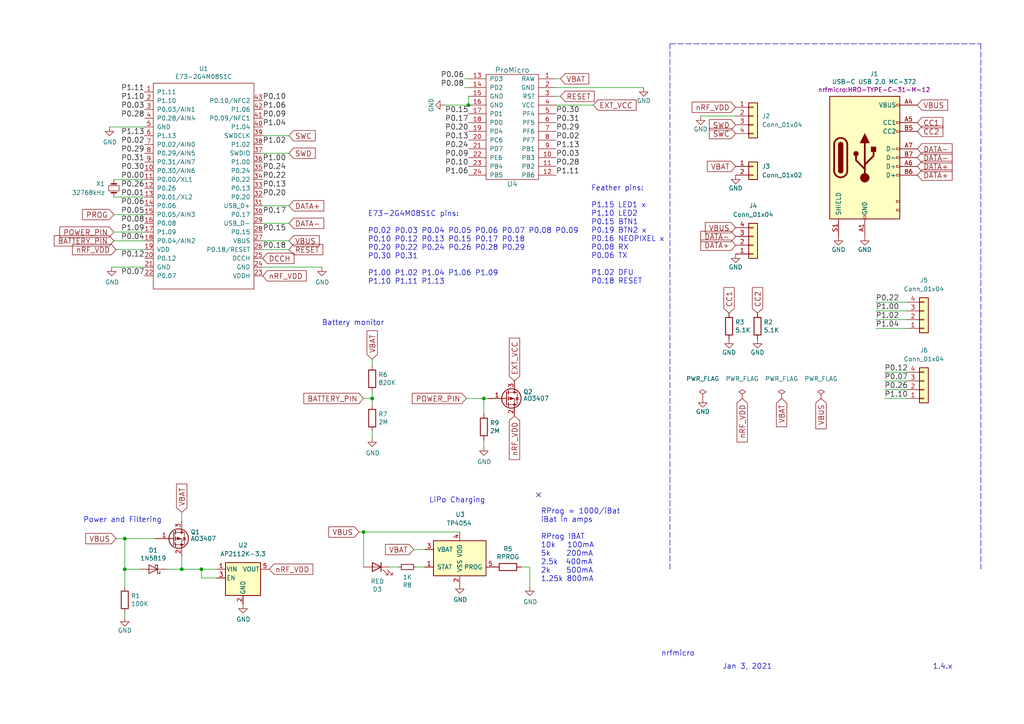
<source format=kicad_sch>
(kicad_sch (version 20211123) (generator eeschema)
  (paper "A4")
  (lib_symbols
    (symbol "Battery_Management:MCP73832-2-OT" (pin_names (offset 1.016))
      (property "Reference" "U" (at -7.62 6.35 0))
      (property "Value" "MCP73832-2-OT" (at 1.27 6.35 0))
      (symbol "MCP73832-2-OT_0_1"
        (rectangle (start -7.62 5.08) (end 7.62 -5.08) (stroke (width 0.254)) (fill (type background)))
      )
      (symbol "MCP73832-2-OT_1_1"
        (pin output line (at 10.16 -2.54 180) (length 2.54) (name "STAT") (number "1"))
        (pin power_in line (at 0 -7.62 90) (length 2.54) (name "VSS") (number "2"))
        (pin power_out line (at 10.16 2.54 180) (length 2.54) (name "VBAT") (number "3"))
        (pin power_in line (at 0 7.62 270) (length 2.54) (name "VDD") (number "4"))
        (pin input line (at -10.16 -2.54 0) (length 2.54) (name "PROG") (number "5"))
      )
    )
    (symbol "Connector_Generic:Conn_01x02" (pin_names (offset 1.016) hide)
      (property "Reference" "J" (at 0 2.54 0))
      (property "Value" "Conn_01x02" (at 0 -5.08 0))
      (symbol "Conn_01x02_1_1"
        (rectangle (start -1.27 -2.413) (end 0 -2.667) (stroke (width 0.1524)))
        (rectangle (start -1.27 0.127) (end 0 -0.127) (stroke (width 0.1524)))
        (rectangle (start -1.27 1.27) (end 1.27 -3.81) (stroke (width 0.254)) (fill (type background)))
        (pin passive line (at -5.08 0 0) (length 3.81) (name "Pin_1") (number "1"))
        (pin passive line (at -5.08 -2.54 0) (length 3.81) (name "Pin_2") (number "2"))
      )
    )
    (symbol "Connector_Generic:Conn_01x04" (pin_names (offset 1.016) hide)
      (property "Reference" "J" (at 0 5.08 0))
      (property "Value" "Conn_01x04" (at 0 -7.62 0))
      (symbol "Conn_01x04_1_1"
        (rectangle (start -1.27 -4.953) (end 0 -5.207) (stroke (width 0.1524)))
        (rectangle (start -1.27 -2.413) (end 0 -2.667) (stroke (width 0.1524)))
        (rectangle (start -1.27 0.127) (end 0 -0.127) (stroke (width 0.1524)))
        (rectangle (start -1.27 2.667) (end 0 2.413) (stroke (width 0.1524)))
        (rectangle (start -1.27 3.81) (end 1.27 -6.35) (stroke (width 0.254)) (fill (type background)))
        (pin passive line (at -5.08 2.54 0) (length 3.81) (name "Pin_1") (number "1"))
        (pin passive line (at -5.08 0 0) (length 3.81) (name "Pin_2") (number "2"))
        (pin passive line (at -5.08 -2.54 0) (length 3.81) (name "Pin_3") (number "3"))
        (pin passive line (at -5.08 -5.08 0) (length 3.81) (name "Pin_4") (number "4"))
      )
    )
    (symbol "Device:Crystal_Small" (pin_numbers hide) (pin_names (offset 1.016) hide)
      (property "Reference" "Y" (at 0 2.54 0))
      (property "Value" "Crystal_Small" (at 0 -2.54 0))
      (symbol "Crystal_Small_0_1"
        (rectangle (start -0.762 -1.524) (end 0.762 1.524))
        (polyline (pts (xy -1.27 -0.762) (xy -1.27 0.762)) (stroke (width 0.381)))
        (polyline (pts (xy 1.27 -0.762) (xy 1.27 0.762)) (stroke (width 0.381)))
      )
      (symbol "Crystal_Small_1_1"
        (pin passive line (at -2.54 0 0) (length 1.27) (name "1") (number "1"))
        (pin passive line (at 2.54 0 180) (length 1.27) (name "2") (number "2"))
      )
    )
    (symbol "Device:LED" (pin_numbers hide) (pin_names (offset 1.016) hide)
      (property "Reference" "D" (at 0 2.54 0))
      (property "Value" "LED" (at 0 -2.54 0))
      (symbol "LED_0_1"
        (polyline (pts (xy -1.27 -1.27) (xy -1.27 1.27)) (stroke (width 0.254)))
        (polyline (pts (xy -1.27 0) (xy 1.27 0)))
        (polyline (pts (xy 1.27 -1.27) (xy 1.27 1.27) (xy -1.27 0) (xy 1.27 -1.27)) (stroke (width 0.254)))
        (polyline (pts (xy -3.048 -0.762) (xy -4.572 -2.286) (xy -3.81 -2.286) (xy -4.572 -2.286) (xy -4.572 -1.524)))
        (polyline (pts (xy -1.778 -0.762) (xy -3.302 -2.286) (xy -2.54 -2.286) (xy -3.302 -2.286) (xy -3.302 -1.524)))
      )
      (symbol "LED_1_1"
        (pin passive line (at -3.81 0 0) (length 2.54) (name "K") (number "1"))
        (pin passive line (at 3.81 0 180) (length 2.54) (name "A") (number "2"))
      )
    )
    (symbol "Device:R" (pin_numbers hide) (pin_names (offset 0))
      (property "Reference" "R" (at 2.032 0 90))
      (property "Value" "R" (at 0 0 90))
      (symbol "R_0_1"
        (rectangle (start -1.016 -2.54) (end 1.016 2.54) (stroke (width 0.254)))
      )
      (symbol "R_1_1"
        (pin passive line (at 0 3.81 270) (length 1.27) (name "~") (number "1"))
        (pin passive line (at 0 -3.81 90) (length 1.27) (name "~") (number "2"))
      )
    )
    (symbol "Device:R_Small" (pin_numbers hide) (pin_names (offset 0.254) hide)
      (property "Reference" "R" (at 0.762 0.508 0))
      (property "Value" "R_Small" (at 0.762 -1.016 0))
      (symbol "R_Small_0_1"
        (rectangle (start -0.762 1.778) (end 0.762 -1.778) (stroke (width 0.2032)))
      )
      (symbol "R_Small_1_1"
        (pin passive line (at 0 2.54 270) (length 0.762) (name "~") (number "1"))
        (pin passive line (at 0 -2.54 90) (length 0.762) (name "~") (number "2"))
      )
    )
    (symbol "Regulator_Linear:AP2112K-3.3" (pin_names (offset 0.254))
      (property "Reference" "U" (at -5.08 5.715 0))
      (property "Value" "AP2112K-3.3" (at 0 5.715 0))
      (symbol "AP2112K-3.3_0_1"
        (rectangle (start -5.08 4.445) (end 5.08 -5.08) (stroke (width 0.254)) (fill (type background)))
      )
      (symbol "AP2112K-3.3_1_1"
        (pin power_in line (at -7.62 2.54 0) (length 2.54) (name "VIN") (number "1"))
        (pin power_in line (at 0 -7.62 90) (length 2.54) (name "GND") (number "2"))
        (pin input line (at -7.62 0 0) (length 2.54) (name "EN") (number "3"))
        (pin no_connect line (at 5.08 0 180) (length 2.54) hide (name "NC") (number "4"))
        (pin power_out line (at 7.62 2.54 180) (length 2.54) (name "VOUT") (number "5"))
      )
    )
    (symbol "nrfmicro-rescue:BSS83P" (pin_names (offset 0) hide)
      (property "Reference" "Q" (at 5.08 1.905 0))
      (property "Value" "BSS83P" (at 5.08 0 0))
      (symbol "BSS83P_0_1"
        (polyline (pts (xy 0 0) (xy 0.254 0)))
        (polyline (pts (xy 0.762 -1.778) (xy 2.54 -1.778)))
        (polyline (pts (xy 0.762 -1.27) (xy 0.762 -2.286)) (stroke (width 0.254)))
        (polyline (pts (xy 0.762 0) (xy 2.54 0)))
        (polyline (pts (xy 0.762 0.508) (xy 0.762 -0.508)) (stroke (width 0.254)))
        (polyline (pts (xy 0.762 1.778) (xy 2.54 1.778)))
        (polyline (pts (xy 0.762 2.286) (xy 0.762 1.27)) (stroke (width 0.254)))
        (polyline (pts (xy 2.54 -1.778) (xy 2.54 -2.54)))
        (polyline (pts (xy 2.54 -1.778) (xy 2.54 0)))
        (polyline (pts (xy 2.54 2.54) (xy 2.54 1.778)))
        (polyline (pts (xy 0.254 1.905) (xy 0.254 -1.905) (xy 0.254 -1.905)) (stroke (width 0.254)))
        (polyline (pts (xy 2.286 0) (xy 1.27 -0.381) (xy 1.27 0.381) (xy 2.286 0)) (fill (type outline)))
        (polyline (pts (xy 2.54 -1.778) (xy 3.302 -1.778) (xy 3.302 1.778) (xy 2.54 1.778)))
        (polyline (pts (xy 2.794 -0.508) (xy 2.921 -0.381) (xy 3.683 -0.381) (xy 3.81 -0.254)))
        (polyline (pts (xy 3.302 -0.381) (xy 2.921 0.254) (xy 3.683 0.254) (xy 3.302 -0.381)))
        (circle (center 1.651 0) (radius 2.8194) (stroke (width 0.254)))
        (circle (center 2.54 -1.778) (radius 0.2794) (fill (type outline)))
        (circle (center 2.54 1.778) (radius 0.2794) (fill (type outline)))
      )
      (symbol "BSS83P_1_1"
        (pin input line (at -5.08 0 0) (length 5.08) (name "G") (number "1"))
        (pin passive line (at 2.54 -5.08 90) (length 2.54) (name "S") (number "2"))
        (pin passive line (at 2.54 5.08 270) (length 2.54) (name "D") (number "3"))
      )
    )
    (symbol "nrfmicro-rescue:GND" (power) (pin_names (offset 0))
      (property "Value" "GND" (at 0 -3.81 0))
      (symbol "GND_0_1"
        (polyline (pts (xy 0 0) (xy 0 -1.27) (xy 1.27 -1.27) (xy 0 -2.54) (xy -1.27 -1.27) (xy 0 -1.27)))
      )
      (symbol "GND_1_1"
        (pin power_in line (at 0 0 270) (length 0) hide (name "GND") (number "1"))
      )
    )
    (symbol "nrfmicro-rescue:MBR0520" (pin_numbers hide) (pin_names (offset 1.016) hide)
      (property "Reference" "D" (at 0 2.54 0))
      (property "Value" "MBR0520" (at 0 -2.54 0))
      (symbol "MBR0520_0_1"
        (polyline (pts (xy 1.27 0) (xy -1.27 0)))
        (polyline (pts (xy 1.27 1.27) (xy 1.27 -1.27) (xy -1.27 0) (xy 1.27 1.27)) (stroke (width 0.2032)))
        (polyline (pts (xy -1.905 0.635) (xy -1.905 1.27) (xy -1.27 1.27) (xy -1.27 -1.27) (xy -0.635 -1.27) (xy -0.635 -0.635)) (stroke (width 0.2032)))
      )
      (symbol "MBR0520_1_1"
        (pin passive line (at -3.81 0 0) (length 2.54) (name "K") (number "1"))
        (pin passive line (at 3.81 0 180) (length 2.54) (name "A") (number "2"))
      )
    )
    (symbol "nrfmicro-rescue:ProMicro" (pin_names (offset 1.016))
      (property "Reference" "U" (at 0 -21.59 0))
      (property "Value" "ProMicro" (at 0 11.43 0))
      (symbol "ProMicro_0_1"
        (rectangle (start 7.62 10.16) (end -7.62 -20.32))
      )
      (symbol "ProMicro_1_1"
        (pin input line (at 12.7 8.89 180) (length 5.08) (name "RAW") (number "1"))
        (pin input line (at 12.7 -13.97 180) (length 5.08) (name "PB3") (number "10"))
        (pin input line (at 12.7 -16.51 180) (length 5.08) (name "PB2") (number "11"))
        (pin input line (at 12.7 -19.05 180) (length 5.08) (name "PB6") (number "12"))
        (pin input line (at -12.7 8.89 0) (length 5.08) (name "PD3") (number "13"))
        (pin input line (at -12.7 6.35 0) (length 5.08) (name "PD2") (number "14"))
        (pin input line (at -12.7 3.81 0) (length 5.08) (name "GND") (number "15"))
        (pin input line (at -12.7 1.27 0) (length 5.08) (name "GND") (number "16"))
        (pin input line (at -12.7 -1.27 0) (length 5.08) (name "PD1") (number "17"))
        (pin input line (at -12.7 -3.81 0) (length 5.08) (name "PD0") (number "18"))
        (pin input line (at -12.7 -6.35 0) (length 5.08) (name "PD4") (number "19"))
        (pin input line (at 12.7 6.35 180) (length 5.08) (name "GND") (number "2"))
        (pin input line (at -12.7 -8.89 0) (length 5.08) (name "PC6") (number "20"))
        (pin input line (at -12.7 -11.43 0) (length 5.08) (name "PD7") (number "21"))
        (pin input line (at -12.7 -13.97 0) (length 5.08) (name "PE6") (number "22"))
        (pin input line (at -12.7 -16.51 0) (length 5.08) (name "PB4") (number "23"))
        (pin input line (at -12.7 -19.05 0) (length 5.08) (name "PB5") (number "24"))
        (pin input line (at 12.7 3.81 180) (length 5.08) (name "RST") (number "3"))
        (pin input line (at 12.7 1.27 180) (length 5.08) (name "VCC") (number "4"))
        (pin input line (at 12.7 -1.27 180) (length 5.08) (name "PF4") (number "5"))
        (pin input line (at 12.7 -3.81 180) (length 5.08) (name "PF5") (number "6"))
        (pin input line (at 12.7 -6.35 180) (length 5.08) (name "PF6") (number "7"))
        (pin input line (at 12.7 -8.89 180) (length 5.08) (name "PF7") (number "8"))
        (pin input line (at 12.7 -11.43 180) (length 5.08) (name "PB1") (number "9"))
      )
    )
    (symbol "nrfmicro-rescue:R" (pin_numbers hide) (pin_names (offset 0))
      (property "Reference" "R" (at 2.032 0 90))
      (property "Value" "R" (at 0 0 90))
      (symbol "R_0_1"
        (rectangle (start -1.016 -2.54) (end 1.016 2.54) (stroke (width 0.254)))
      )
      (symbol "R_1_1"
        (pin passive line (at 0 3.81 270) (length 1.27) (name "~") (number "1"))
        (pin passive line (at 0 -3.81 90) (length 1.27) (name "~") (number "2"))
      )
    )
    (symbol "nrfmicro:E73-2G4M08S1C-52840" (pin_names (offset 1.016))
      (property "Reference" "U" (at 0 29.21 0))
      (property "Value" "E73-2G4M08S1C-52840" (at 0 -27.94 0))
      (symbol "E73-2G4M08S1C-52840_0_1"
        (rectangle (start -15.24 30.48) (end 13.97 -29.21))
      )
      (symbol "E73-2G4M08S1C-52840_1_1"
        (pin input line (at -17.78 27.94 0) (length 2.54) (name "P1.11") (number "1"))
        (pin input line (at -17.78 5.08 0) (length 2.54) (name "P0.30/AIN6") (number "10"))
        (pin input line (at -17.78 2.54 0) (length 2.54) (name "P0.00/XL1") (number "11"))
        (pin input line (at -17.78 0 0) (length 2.54) (name "P0.26") (number "12"))
        (pin input line (at -17.78 -2.54 0) (length 2.54) (name "P0.01/XL2") (number "13"))
        (pin input line (at -17.78 -5.08 0) (length 2.54) (name "P0.06") (number "14"))
        (pin input line (at -17.78 -7.62 0) (length 2.54) (name "P0.05/AIN3") (number "15"))
        (pin input line (at -17.78 -10.16 0) (length 2.54) (name "P0.08") (number "16"))
        (pin input line (at -17.78 -12.7 0) (length 2.54) (name "P1.09") (number "17"))
        (pin input line (at -17.78 -15.24 0) (length 2.54) (name "P0.04/AIN2") (number "18"))
        (pin power_in line (at -17.78 -17.78 0) (length 2.54) (name "VDD") (number "19"))
        (pin input line (at -17.78 25.4 0) (length 2.54) (name "P1.10") (number "2"))
        (pin input line (at -17.78 -20.32 0) (length 2.54) (name "P0.12") (number "20"))
        (pin power_in line (at -17.78 -22.86 0) (length 2.54) (name "GND") (number "21"))
        (pin input line (at -17.78 -25.4 0) (length 2.54) (name "P0.07") (number "22"))
        (pin power_in line (at 16.51 -25.4 180) (length 2.54) (name "VDDH") (number "23"))
        (pin power_in line (at 16.51 -22.86 180) (length 2.54) (name "GND") (number "24"))
        (pin power_out line (at 16.51 -20.32 180) (length 2.54) (name "DCCH") (number "25"))
        (pin input line (at 16.51 -17.78 180) (length 2.54) (name "P0.18/RESET") (number "26"))
        (pin power_in line (at 16.51 -15.24 180) (length 2.54) (name "VBUS") (number "27"))
        (pin power_in line (at 16.51 -12.7 180) (length 2.54) (name "P0.15") (number "28"))
        (pin input line (at 16.51 -10.16 180) (length 2.54) (name "USB_D-") (number "29"))
        (pin input line (at -17.78 22.86 0) (length 2.54) (name "P0.03/AIN1") (number "3"))
        (pin input line (at 16.51 -7.62 180) (length 2.54) (name "P0.17") (number "30"))
        (pin input line (at 16.51 -5.08 180) (length 2.54) (name "USB_D+") (number "31"))
        (pin input line (at 16.51 -2.54 180) (length 2.54) (name "P0.20") (number "32"))
        (pin input line (at 16.51 0 180) (length 2.54) (name "P0.13") (number "33"))
        (pin input line (at 16.51 2.54 180) (length 2.54) (name "P0.22") (number "34"))
        (pin input line (at 16.51 5.08 180) (length 2.54) (name "P0.24") (number "35"))
        (pin input line (at 16.51 7.62 180) (length 2.54) (name "P1.00") (number "36"))
        (pin input line (at 16.51 10.16 180) (length 2.54) (name "SWDIO") (number "37"))
        (pin input line (at 16.51 12.7 180) (length 2.54) (name "P1.02") (number "38"))
        (pin input line (at 16.51 15.24 180) (length 2.54) (name "SWDCLK") (number "39"))
        (pin input line (at -17.78 20.32 0) (length 2.54) (name "P0.28/AIN4") (number "4"))
        (pin input line (at 16.51 17.78 180) (length 2.54) (name "P1.04") (number "40"))
        (pin input line (at 16.51 20.32 180) (length 2.54) (name "P0.09/NFC1") (number "41"))
        (pin input line (at 16.51 22.86 180) (length 2.54) (name "P1.06") (number "42"))
        (pin input line (at 16.51 25.4 180) (length 2.54) (name "P0.10/NFC2") (number "43"))
        (pin power_in line (at -17.78 17.78 0) (length 2.54) (name "GND") (number "5"))
        (pin input line (at -17.78 15.24 0) (length 2.54) (name "P1.13") (number "6"))
        (pin input line (at -17.78 12.7 0) (length 2.54) (name "P0.02/AIN0") (number "7"))
        (pin input line (at -17.78 10.16 0) (length 2.54) (name "P0.29/AIN5") (number "8"))
        (pin input line (at -17.78 7.62 0) (length 2.54) (name "P0.31/AIN7") (number "9"))
      )
    )
    (symbol "nrfmicro:USB_C_Receptacle_USB2.0" (pin_names (offset 1.016))
      (property "Reference" "J" (at -10.16 19.05 0))
      (property "Value" "USB_C_Receptacle_USB2.0" (at 19.05 19.05 0))
      (symbol "USB_C_Receptacle_USB2.0_0_0"
        (rectangle (start -0.254 -17.78) (end 0.254 -16.764))
        (rectangle (start 10.16 -14.986) (end 9.144 -15.494))
        (rectangle (start 10.16 -12.446) (end 9.144 -12.954))
        (rectangle (start 10.16 -4.826) (end 9.144 -5.334))
        (rectangle (start 10.16 -2.286) (end 9.144 -2.794))
        (rectangle (start 10.16 0.254) (end 9.144 -0.254))
        (rectangle (start 10.16 2.794) (end 9.144 2.286))
        (rectangle (start 10.16 7.874) (end 9.144 7.366))
        (rectangle (start 10.16 10.414) (end 9.144 9.906))
        (rectangle (start 10.16 15.494) (end 9.144 14.986))
      )
      (symbol "USB_C_Receptacle_USB2.0_0_1"
        (rectangle (start -10.16 17.78) (end 10.16 -17.78) (stroke (width 0.254)) (fill (type background)))
        (arc (start -8.89 -3.81) (mid -6.985 -5.715) (end -5.08 -3.81) (stroke (width 0.508)))
        (arc (start -7.62 -3.81) (mid -6.985 -4.445) (end -6.35 -3.81) (stroke (width 0.254)))
        (arc (start -7.62 -3.81) (mid -6.985 -4.445) (end -6.35 -3.81) (stroke (width 0.254)) (fill (type outline)))
        (rectangle (start -7.62 -3.81) (end -6.35 3.81) (stroke (width 0.254)) (fill (type outline)))
        (arc (start -6.35 3.81) (mid -6.985 4.445) (end -7.62 3.81) (stroke (width 0.254)))
        (arc (start -6.35 3.81) (mid -6.985 4.445) (end -7.62 3.81) (stroke (width 0.254)) (fill (type outline)))
        (arc (start -5.08 3.81) (mid -6.985 5.715) (end -8.89 3.81) (stroke (width 0.508)))
        (circle (center -2.54 1.143) (radius 0.635) (stroke (width 0.254)) (fill (type outline)))
        (circle (center 0 -5.842) (radius 1.27) (fill (type outline)))
        (polyline (pts (xy -8.89 -3.81) (xy -8.89 3.81)) (stroke (width 0.508)))
        (polyline (pts (xy -5.08 3.81) (xy -5.08 -3.81)) (stroke (width 0.508)))
        (polyline (pts (xy 0 -5.842) (xy 0 4.318)) (stroke (width 0.508)))
        (polyline (pts (xy 0 -3.302) (xy -2.54 -0.762) (xy -2.54 0.508)) (stroke (width 0.508)))
        (polyline (pts (xy 0 -2.032) (xy 2.54 0.508) (xy 2.54 1.778)) (stroke (width 0.508)))
        (polyline (pts (xy -1.27 4.318) (xy 0 6.858) (xy 1.27 4.318) (xy -1.27 4.318)) (stroke (width 0.254)) (fill (type outline)))
        (rectangle (start 1.905 1.778) (end 3.175 3.048) (stroke (width 0.254)) (fill (type outline)))
      )
      (symbol "USB_C_Receptacle_USB2.0_1_1"
        (pin power_in line (at 0 -22.86 90) (length 5.08) (name "GND") (number "A1"))
        (pin power_in line (at 15.24 15.24 180) (length 5.08) (name "VBUS") (number "A4"))
        (pin bidirectional line (at 15.24 10.16 180) (length 5.08) (name "CC1") (number "A5"))
        (pin bidirectional line (at 15.24 -2.54 180) (length 5.08) (name "D+") (number "A6"))
        (pin bidirectional line (at 15.24 2.54 180) (length 5.08) (name "D-") (number "A7"))
        (pin bidirectional line (at 15.24 7.62 180) (length 5.08) (name "CC2") (number "B5"))
        (pin bidirectional line (at 15.24 -5.08 180) (length 5.08) (name "D+") (number "B6"))
        (pin bidirectional line (at 15.24 0 180) (length 5.08) (name "D-") (number "B7"))
        (pin passive line (at -7.62 -22.86 90) (length 5.08) (name "SHIELD") (number "S1"))
      )
    )
    (symbol "power:GND" (power) (pin_names (offset 0))
      (property "Value" "GND" (at 0 -3.81 0))
      (symbol "GND_0_1"
        (polyline (pts (xy 0 0) (xy 0 -1.27) (xy 1.27 -1.27) (xy 0 -2.54) (xy -1.27 -1.27) (xy 0 -1.27)))
      )
      (symbol "GND_1_1"
        (pin power_in line (at 0 0 270) (length 0) hide (name "GND") (number "1"))
      )
    )
    (symbol "power:PWR_FLAG" (power) (pin_numbers hide) (pin_names (offset 0) hide)
      (property "Value" "PWR_FLAG" (at 0 3.81 0))
      (symbol "PWR_FLAG_0_0"
        (pin power_out line (at 0 0 90) (length 0) (name "pwr") (number "1"))
      )
      (symbol "PWR_FLAG_0_1"
        (polyline (pts (xy 0 0) (xy 0 1.27) (xy -1.016 1.905) (xy 0 2.54) (xy 1.016 1.905) (xy 0 1.27)))
      )
    )
  )
  (junction (at 135.89 30.48))
  (junction (at 107.95 115.57))
  (junction (at 140.335 115.57))
  (junction (at 36.195 156.21))
  (junction (at 58.42 165.1))
  (junction (at 52.705 165.1))
  (junction (at 105.4608 154.305))
  (junction (at 36.195 165.1))
  (no_connect (at 156.21 143.51))
  (wire (pts (xy 120.015 159.385) (xy 123.19 159.385)))
  (wire (pts (xy 83.82 72.39) (xy 76.2 72.39)))
  (wire (pts (xy 161.29 22.86) (xy 162.56 22.86)))
  (wire (pts (xy 113.0808 164.465) (xy 115.6208 164.465)))
  (wire (pts (xy 107.95 125.095) (xy 107.95 127)))
  (wire (pts (xy 161.29 27.94) (xy 162.56 27.94)))
  (wire (pts (xy 33.02 62.23) (xy 41.91 62.23)))
  (wire (pts (xy 254 92.71) (xy 262.89 92.71)))
  (wire (pts (xy 254 90.17) (xy 262.89 90.17)))
  (polyline (pts (xy 194.31 12.7) (xy 284.48 12.7)))
  (wire (pts (xy 36.195 177.8) (xy 36.195 179.07)))
  (wire (pts (xy 161.29 30.48) (xy 172.085 30.48)))
  (wire (pts (xy 120.7008 164.465) (xy 123.19 164.465)))
  (wire (pts (xy 140.335 115.57) (xy 141.605 115.57)))
  (wire (pts (xy 83.82 69.85) (xy 76.2 69.85)))
  (wire (pts (xy 256.54 115.57) (xy 262.89 115.57)))
  (wire (pts (xy 58.42 167.64) (xy 58.42 165.1)))
  (wire (pts (xy 105.4608 154.305) (xy 133.35 154.305)))
  (wire (pts (xy 33.02 57.15) (xy 41.91 57.15)))
  (wire (pts (xy 140.335 127.635) (xy 140.335 129.54)))
  (polyline (pts (xy 194.31 165.1) (xy 194.31 12.7)))
  (wire (pts (xy 135.255 115.57) (xy 140.335 115.57)))
  (wire (pts (xy 254 87.63) (xy 262.89 87.63)))
  (wire (pts (xy 36.195 165.1) (xy 36.195 170.18)))
  (wire (pts (xy 256.54 107.95) (xy 262.89 107.95)))
  (wire (pts (xy 83.82 44.45) (xy 76.2 44.45)))
  (wire (pts (xy 254 95.25) (xy 262.89 95.25)))
  (wire (pts (xy 256.54 110.49) (xy 262.89 110.49)))
  (wire (pts (xy 83.82 64.77) (xy 76.2 64.77)))
  (wire (pts (xy 151.13 164.465) (xy 153.67 164.465)))
  (wire (pts (xy 33.02 52.07) (xy 41.91 52.07)))
  (wire (pts (xy 52.705 148.59) (xy 52.705 151.13)))
  (wire (pts (xy 36.195 156.21) (xy 33.655 156.21)))
  (wire (pts (xy 203.2 33.655) (xy 213.36 33.655)))
  (wire (pts (xy 41.91 77.47) (xy 32.385 77.47)))
  (wire (pts (xy 105.41 115.57) (xy 107.95 115.57)))
  (wire (pts (xy 52.705 165.1) (xy 58.42 165.1)))
  (wire (pts (xy 135.89 27.94) (xy 135.89 30.48)))
  (wire (pts (xy 36.195 165.1) (xy 40.64 165.1)))
  (polyline (pts (xy 284.48 12.7) (xy 284.48 165.1)))
  (wire (pts (xy 52.705 161.29) (xy 52.705 165.1)))
  (wire (pts (xy 134.62 25.4) (xy 135.89 25.4)))
  (wire (pts (xy 161.29 25.4) (xy 186.69 25.4)))
  (wire (pts (xy 76.2 77.47) (xy 93.345 77.47)))
  (wire (pts (xy 135.89 30.48) (xy 128.905 30.48)))
  (wire (pts (xy 36.195 156.21) (xy 36.195 165.1)))
  (wire (pts (xy 62.865 167.64) (xy 58.42 167.64)))
  (wire (pts (xy 104.14 154.305) (xy 105.4608 154.305)))
  (wire (pts (xy 83.82 59.69) (xy 76.2 59.69)))
  (wire (pts (xy 48.26 165.1) (xy 52.705 165.1)))
  (wire (pts (xy 107.95 104.14) (xy 107.95 106.045)))
  (wire (pts (xy 41.91 69.85) (xy 33.02 69.85)))
  (wire (pts (xy 83.82 39.37) (xy 76.2 39.37)))
  (wire (pts (xy 31.75 36.83) (xy 41.91 36.83)))
  (wire (pts (xy 33.02 67.31) (xy 41.91 67.31)))
  (wire (pts (xy 41.91 72.39) (xy 33.655 72.39)))
  (wire (pts (xy 107.95 113.665) (xy 107.95 115.57)))
  (wire (pts (xy 153.67 164.465) (xy 153.67 170.18)))
  (wire (pts (xy 105.4608 154.305) (xy 105.4608 164.465)))
  (wire (pts (xy 256.54 113.03) (xy 262.89 113.03)))
  (wire (pts (xy 134.62 22.86) (xy 135.89 22.86)))
  (wire (pts (xy 140.335 120.015) (xy 140.335 115.57)))
  (wire (pts (xy 36.195 156.21) (xy 45.085 156.21)))
  (wire (pts (xy 107.95 115.57) (xy 107.95 117.475)))
  (wire (pts (xy 58.42 165.1) (xy 62.865 165.1)))
  (text "LiPo Charging\n" (at 124.46 146.05 0) (effects (font (size 1.524 1.524)) (justify left bottom)))
  (text "Jan 3, 2021" (at 209.55 194.31 0) (effects (font (size 1.524 1.524)) (justify left bottom)))
  (text "1.4.x" (at 270.51 194.31 0) (effects (font (size 1.524 1.524)) (justify left bottom)))
  (text "RProg = 1000/iBat\niBat in amps\n\nRProg iBAT\n10k   100mA\n5k    200mA\n2.5k  400mA\n2k    500mA\n1.25k 800mA" (at 156.845 168.91 0) (effects (font (size 1.524 1.524)) (justify left bottom)))
  (text "Power and Filtering" (at 24.13 151.765 0) (effects (font (size 1.524 1.524)) (justify left bottom)))
  (text "nrfmicro" (at 191.77 190.5 0) (effects (font (size 1.524 1.524)) (justify left bottom)))
  (text "Battery monitor" (at 93.345 94.615 0) (effects (font (size 1.524 1.524)) (justify left bottom)))
  (text "E73-2G4M08S1C pins:\n\nP0.02 P0.03 P0.04 P0.05 P0.06 P0.07 P0.08 P0.09\nP0.10 P0.12 P0.13 P0.15 P0.17 P0.18\nP0.20 P0.22 P0.24 P0.26 P0.28 P0.29\nP0.30 P0.31\n\nP1.00 P1.02 P1.04 P1.06 P1.09\nP1.10 P1.11 P1.13\n\n" (at 106.68 85.09 0) (effects (font (size 1.524 1.524)) (justify left bottom)))
  (text "Feather pins:\n\nP1.15 LED1 x\nP1.10 LED2\nP0.15 BTN1\nP0.19 BTN2 x\nP0.16 NEOPIXEL x\nP0.08 RX\nP0.06 TX\n\nP1.02 DFU\nP0.18 RESET\n" (at 171.45 82.55 0) (effects (font (size 1.524 1.524)) (justify left bottom)))
  (label "P0.15" (at 76.2 67.31 0) (effects (font (size 1.524 1.524))))
  (label "P0.15" (at 135.89 33.02 180) (effects (font (size 1.524 1.524))))
  (label "P0.03" (at 161.29 45.72 0) (effects (font (size 1.524 1.524))))
  (label "P0.28" (at 41.91 34.29 180) (effects (font (size 1.524 1.524))))
  (label "P0.26" (at 41.91 54.61 180) (effects (font (size 1.524 1.524))))
  (label "P0.29" (at 41.91 44.45 180) (effects (font (size 1.524 1.524))))
  (label "P0.08" (at 134.62 25.4 180) (effects (font (size 1.524 1.524))))
  (label "P0.06" (at 41.91 59.69 180) (effects (font (size 1.524 1.524))))
  (label "P0.30" (at 41.91 49.53 180) (effects (font (size 1.524 1.524))))
  (label "P1.06" (at 135.89 50.8 180) (effects (font (size 1.524 1.524))))
  (label "P0.26" (at 256.54 113.03 0) (effects (font (size 1.524 1.524))))
  (label "P0.04" (at 41.91 69.85 180) (effects (font (size 1.524 1.524))))
  (label "P0.29" (at 161.29 38.1 0) (effects (font (size 1.524 1.524))))
  (label "P0.12" (at 41.91 74.93 180) (effects (font (size 1.524 1.524))))
  (label "P0.10" (at 135.89 48.26 180) (effects (font (size 1.524 1.524))))
  (label "P0.08" (at 41.91 64.77 180) (effects (font (size 1.524 1.524))))
  (label "P0.22" (at 76.2 52.07 0) (effects (font (size 1.524 1.524))))
  (label "P0.17" (at 76.2 62.23 0) (effects (font (size 1.524 1.524))))
  (label "P1.11" (at 161.29 50.8 0) (effects (font (size 1.524 1.524))))
  (label "P0.20" (at 76.2 57.15 0) (effects (font (size 1.524 1.524))))
  (label "P1.09" (at 41.91 67.31 180) (effects (font (size 1.524 1.524))))
  (label "P0.24" (at 135.89 43.18 180) (effects (font (size 1.524 1.524))))
  (label "P1.02" (at 76.2 41.91 0) (effects (font (size 1.524 1.524))))
  (label "P0.31" (at 161.29 35.56 0) (effects (font (size 1.524 1.524))))
  (label "P1.11" (at 41.91 26.67 180) (effects (font (size 1.524 1.524))))
  (label "P1.00" (at 254 90.17 0) (effects (font (size 1.524 1.524))))
  (label "P1.04" (at 76.2 36.83 0) (effects (font (size 1.524 1.524))))
  (label "P0.24" (at 76.2 49.53 0) (effects (font (size 1.524 1.524))))
  (label "P1.13" (at 161.29 43.18 0) (effects (font (size 1.524 1.524))))
  (label "P0.09" (at 135.89 45.72 180) (effects (font (size 1.524 1.524))))
  (label "P0.00" (at 41.91 52.07 180) (effects (font (size 1.524 1.524))))
  (label "P0.02" (at 161.29 40.64 0) (effects (font (size 1.524 1.524))))
  (label "P0.05" (at 41.91 62.23 180) (effects (font (size 1.524 1.524))))
  (label "P0.20" (at 135.89 38.1 180) (effects (font (size 1.524 1.524))))
  (label "P1.13" (at 41.91 39.37 180) (effects (font (size 1.524 1.524))))
  (label "P0.30" (at 161.29 33.02 0) (effects (font (size 1.524 1.524))))
  (label "P0.17" (at 135.89 35.56 180) (effects (font (size 1.524 1.524))))
  (label "P0.13" (at 135.89 40.64 180) (effects (font (size 1.524 1.524))))
  (label "P0.06" (at 134.62 22.86 180) (effects (font (size 1.524 1.524))))
  (label "P1.10" (at 256.54 115.57 0) (effects (font (size 1.524 1.524))))
  (label "P0.09" (at 76.2 34.29 0) (effects (font (size 1.524 1.524))))
  (label "P1.06" (at 76.2 31.75 0) (effects (font (size 1.524 1.524))))
  (label "P0.31" (at 41.91 46.99 180) (effects (font (size 1.524 1.524))))
  (label "P0.07" (at 41.91 80.01 180) (effects (font (size 1.524 1.524))))
  (label "P0.28" (at 161.29 48.26 0) (effects (font (size 1.524 1.524))))
  (label "P0.22" (at 254 87.63 0) (effects (font (size 1.524 1.524))))
  (label "P0.10" (at 76.2 29.21 0) (effects (font (size 1.524 1.524))))
  (label "P1.10" (at 41.91 29.21 180) (effects (font (size 1.524 1.524))))
  (label "P1.02" (at 254 92.71 0) (effects (font (size 1.524 1.524))))
  (label "P1.00" (at 76.2 46.99 0) (effects (font (size 1.524 1.524))))
  (label "P0.12" (at 256.54 107.95 0) (effects (font (size 1.524 1.524))))
  (label "P0.18" (at 76.2 72.39 0) (effects (font (size 1.524 1.524))))
  (label "P0.03" (at 41.91 31.75 180) (effects (font (size 1.524 1.524))))
  (label "P0.01" (at 41.91 57.15 180) (effects (font (size 1.524 1.524))))
  (label "P0.07" (at 256.54 110.49 0) (effects (font (size 1.524 1.524))))
  (label "P0.13" (at 76.2 54.61 0) (effects (font (size 1.524 1.524))))
  (label "P1.04" (at 254 95.25 0) (effects (font (size 1.524 1.524))))
  (label "P0.02" (at 41.91 41.91 180) (effects (font (size 1.524 1.524))))
  (global_label "nRF_VDD" (shape input) (at 149.225 120.65 270) (effects (font (size 1.524 1.524))) (property "Intersheet References" "${INTERSHEET_REFS}" (effects hide)))
  (global_label "VBUS" (shape input) (at 238.125 115.57 270) (effects (font (size 1.524 1.524))) (property "Intersheet References" "${INTERSHEET_REFS}" (effects hide)))
  (global_label "POWER_PIN" (shape input) (at 135.255 115.57 180) (effects (font (size 1.524 1.524))) (property "Intersheet References" "${INTERSHEET_REFS}" (effects hide)))
  (global_label "DATA-" (shape input) (at 83.82 64.77 0) (effects (font (size 1.524 1.524))) (property "Intersheet References" "${INTERSHEET_REFS}" (effects hide)))
  (global_label "nRF_VDD" (shape input) (at 33.655 72.39 180) (effects (font (size 1.524 1.524))) (property "Intersheet References" "${INTERSHEET_REFS}" (effects hide)))
  (global_label "SWC" (shape input) (at 83.82 39.37 0) (effects (font (size 1.524 1.524))) (property "Intersheet References" "${INTERSHEET_REFS}" (effects hide)))
  (global_label "VBUS" (shape input) (at 266.065 30.48 0) (effects (font (size 1.524 1.524))) (property "Intersheet References" "${INTERSHEET_REFS}" (effects hide)))
  (global_label "CC1" (shape input) (at 211.455 90.805 90) (effects (font (size 1.524 1.524))) (property "Intersheet References" "${INTERSHEET_REFS}" (effects hide)))
  (global_label "DATA+" (shape input) (at 266.065 50.8 0) (effects (font (size 1.524 1.524))) (property "Intersheet References" "${INTERSHEET_REFS}" (effects hide)))
  (global_label "nRF_VDD" (shape input) (at 213.36 31.115 180) (effects (font (size 1.524 1.524))) (property "Intersheet References" "${INTERSHEET_REFS}" (effects hide)))
  (global_label "CC2" (shape input) (at 266.065 38.1 0) (effects (font (size 1.524 1.524))) (property "Intersheet References" "${INTERSHEET_REFS}" (effects hide)))
  (global_label "CC2" (shape input) (at 219.71 90.805 90) (effects (font (size 1.524 1.524))) (property "Intersheet References" "${INTERSHEET_REFS}" (effects hide)))
  (global_label "VBAT" (shape input) (at 226.695 115.57 270) (effects (font (size 1.524 1.524))) (property "Intersheet References" "${INTERSHEET_REFS}" (effects hide)))
  (global_label "VBUS" (shape input) (at 33.655 156.21 180) (effects (font (size 1.524 1.524))) (property "Intersheet References" "${INTERSHEET_REFS}" (effects hide)))
  (global_label "SWD" (shape input) (at 213.36 36.195 180) (effects (font (size 1.524 1.524))) (property "Intersheet References" "${INTERSHEET_REFS}" (effects hide)))
  (global_label "VBAT" (shape input) (at 213.36 48.26 180) (effects (font (size 1.524 1.524))) (property "Intersheet References" "${INTERSHEET_REFS}" (effects hide)))
  (global_label "DCCH" (shape input) (at 76.2 74.93 0) (effects (font (size 1.524 1.524))) (property "Intersheet References" "${INTERSHEET_REFS}" (effects hide)))
  (global_label "DATA-" (shape input) (at 213.36 68.58 180) (effects (font (size 1.524 1.524))) (property "Intersheet References" "${INTERSHEET_REFS}" (effects hide)))
  (global_label "POWER_PIN" (shape input) (at 33.02 67.31 180) (effects (font (size 1.524 1.524))) (property "Intersheet References" "${INTERSHEET_REFS}" (effects hide)))
  (global_label "nRF_VDD" (shape input) (at 76.2 80.01 0) (effects (font (size 1.524 1.524))) (property "Intersheet References" "${INTERSHEET_REFS}" (effects hide)))
  (global_label "CC1" (shape input) (at 266.065 35.56 0) (effects (font (size 1.524 1.524))) (property "Intersheet References" "${INTERSHEET_REFS}" (effects hide)))
  (global_label "nRF_VDD" (shape input) (at 78.105 165.1 0) (effects (font (size 1.524 1.524))) (property "Intersheet References" "${INTERSHEET_REFS}" (effects hide)))
  (global_label "VBUS" (shape input) (at 83.82 69.85 0) (effects (font (size 1.524 1.524))) (property "Intersheet References" "${INTERSHEET_REFS}" (effects hide)))
  (global_label "RESET" (shape input) (at 83.82 72.39 0) (effects (font (size 1.524 1.524))) (property "Intersheet References" "${INTERSHEET_REFS}" (effects hide)))
  (global_label "VBAT" (shape input) (at 107.95 104.14 90) (effects (font (size 1.524 1.524))) (property "Intersheet References" "${INTERSHEET_REFS}" (effects hide)))
  (global_label "SWC" (shape input) (at 213.36 38.735 180) (effects (font (size 1.524 1.524))) (property "Intersheet References" "${INTERSHEET_REFS}" (effects hide)))
  (global_label "SWD" (shape input) (at 83.82 44.45 0) (effects (font (size 1.524 1.524))) (property "Intersheet References" "${INTERSHEET_REFS}" (effects hide)))
  (global_label "nRF_VDD" (shape input) (at 215.265 115.57 270) (effects (font (size 1.524 1.524))) (property "Intersheet References" "${INTERSHEET_REFS}" (effects hide)))
  (global_label "VBAT" (shape input) (at 162.56 22.86 0) (effects (font (size 1.524 1.524))) (property "Intersheet References" "${INTERSHEET_REFS}" (effects hide)))
  (global_label "VBUS" (shape input) (at 213.36 66.04 180) (effects (font (size 1.524 1.524))) (property "Intersheet References" "${INTERSHEET_REFS}" (effects hide)))
  (global_label "BATTERY_PIN" (shape input) (at 105.41 115.57 180) (effects (font (size 1.524 1.524))) (property "Intersheet References" "${INTERSHEET_REFS}" (effects hide)))
  (global_label "VBUS" (shape input) (at 104.14 154.305 180) (effects (font (size 1.524 1.524))) (property "Intersheet References" "${INTERSHEET_REFS}" (effects hide)))
  (global_label "DATA+" (shape input) (at 213.36 71.12 180) (effects (font (size 1.524 1.524))) (property "Intersheet References" "${INTERSHEET_REFS}" (effects hide)))
  (global_label "DATA+" (shape input) (at 266.065 48.26 0) (effects (font (size 1.524 1.524))) (property "Intersheet References" "${INTERSHEET_REFS}" (effects hide)))
  (global_label "DATA+" (shape input) (at 83.82 59.69 0) (effects (font (size 1.524 1.524))) (property "Intersheet References" "${INTERSHEET_REFS}" (effects hide)))
  (global_label "DATA-" (shape input) (at 266.065 45.72 0) (effects (font (size 1.524 1.524))) (property "Intersheet References" "${INTERSHEET_REFS}" (effects hide)))
  (global_label "DATA-" (shape input) (at 266.065 43.18 0) (effects (font (size 1.524 1.524))) (property "Intersheet References" "${INTERSHEET_REFS}" (effects hide)))
  (global_label "EXT_VCC" (shape input) (at 149.225 110.49 90) (effects (font (size 1.524 1.524))) (property "Intersheet References" "${INTERSHEET_REFS}" (effects hide)))
  (global_label "BATTERY_PIN" (shape input) (at 33.02 69.85 180) (effects (font (size 1.524 1.524))) (property "Intersheet References" "${INTERSHEET_REFS}" (effects hide)))
  (global_label "VBAT" (shape input) (at 120.015 159.385 180) (effects (font (size 1.524 1.524))) (property "Intersheet References" "${INTERSHEET_REFS}" (effects hide)))
  (global_label "EXT_VCC" (shape input) (at 172.085 30.48 0) (effects (font (size 1.524 1.524))) (property "Intersheet References" "${INTERSHEET_REFS}" (effects hide)))
  (global_label "PROG" (shape input) (at 33.02 62.23 180) (effects (font (size 1.524 1.524))) (property "Intersheet References" "${INTERSHEET_REFS}" (effects hide)))
  (global_label "RESET" (shape input) (at 162.56 27.94 0) (effects (font (size 1.524 1.524))) (property "Intersheet References" "${INTERSHEET_REFS}" (effects hide)))
  (global_label "VBAT" (shape input) (at 52.705 148.59 90) (effects (font (size 1.524 1.524))) (property "Intersheet References" "${INTERSHEET_REFS}" (effects hide)))
  (symbol (lib_id "nrfmicro-rescue:ProMicro") (at 148.59 31.75 0) (unit 1)
    (property "Reference" "U4" (at 148.59 53.34 0) (effects (font (size 1.524 1.524))))
    (property "Value" "ProMicro" (at 148.59 20.32 0) (effects (font (size 1.524 1.524))))
    (property "Footprint" "nrfmicro:pro_micro" (effects hide))
  )
  (symbol (lib_id "nrfmicro-rescue:MBR0520") (at 44.45 165.1 180) (unit 1)
    (property "Reference" "D1" (at 44.45 159.6136 0))
    (property "Value" "1N5819" (at 44.45 161.925 0))
    (property "Footprint" "Diode_SMD:D_SOD-323F" (effects hide))
  )
  (symbol (lib_id "nrfmicro-rescue:BSS83P") (at 50.165 156.21 0) (unit 1)
    (property "Reference" "Q1" (at 55.245 154.305 0) (effects (justify left)))
    (property "Value" "AO3407" (at 55.245 156.21 0) (effects (justify left)))
    (property "Footprint" "Package_TO_SOT_SMD:SOT-23" (effects hide))
  )
  (symbol (lib_id "nrfmicro-rescue:R") (at 36.195 173.99 0) (unit 1)
    (property "Reference" "R1" (at 37.973 172.8216 0) (effects (justify left)))
    (property "Value" "100K" (at 37.973 175.133 0) (effects (justify left)))
    (property "Footprint" "Resistor_SMD:R_0603_1608Metric" (effects hide))
  )
  (symbol (lib_id "nrfmicro-rescue:GND") (at 36.195 179.07 0) (unit 1)
    (property "Reference" "#PWR017" (effects hide))
    (property "Value" "GND" (at 36.195 182.88 0))
  )
  (symbol (lib_id "nrfmicro:E73-2G4M08S1C-52840") (at 59.69 54.61 0) (unit 1)
    (property "Reference" "U1" (at 59.055 19.939 0))
    (property "Value" "E73-2G4M08S1C" (at 59.055 22.2504 0))
    (property "Footprint" "nrfmicro:E73-2G4M08S1C-52840" (effects hide))
  )
  (symbol (lib_id "nrfmicro:USB_C_Receptacle_USB2.0") (at 250.825 45.72 0) (unit 1)
    (property "Reference" "J1" (at 253.5428 21.4122 0))
    (property "Value" "USB-C USB 2.0 MC-372" (at 253.5428 23.7236 0))
    (property "Footprint" "nrfmicro:HRO-TYPE-C-31-M-12" (at 253.5428 26.035 0))
    (property "Datasheet" "https://www.usb.org/sites/default/files/documents/usb_type-c.zip" (effects hide))
  )
  (symbol (lib_id "power:GND") (at 133.35 169.545 0) (unit 1)
    (property "Reference" "#PWR0103" (effects hide))
    (property "Value" "GND" (at 133.477 173.9392 0))
  )
  (symbol (lib_id "power:GND") (at 31.75 36.83 0) (unit 1)
    (property "Reference" "#PWR0107" (effects hide))
    (property "Value" "GND" (at 31.877 41.2242 0))
  )
  (symbol (lib_id "power:GND") (at 32.385 77.47 0) (unit 1)
    (property "Reference" "#PWR0108" (effects hide))
    (property "Value" "GND" (at 32.512 81.8642 0))
  )
  (symbol (lib_id "power:GND") (at 93.345 77.47 0) (unit 1)
    (property "Reference" "#PWR0109" (effects hide))
    (property "Value" "GND" (at 93.472 81.8642 0))
  )
  (symbol (lib_id "Device:R") (at 211.455 94.615 0) (unit 1)
    (property "Reference" "R3" (at 213.233 93.4466 0) (effects (justify left)))
    (property "Value" "5.1K" (at 213.233 95.758 0) (effects (justify left)))
    (property "Footprint" "Resistor_SMD:R_0603_1608Metric" (effects hide))
  )
  (symbol (lib_id "Device:R") (at 219.71 94.615 0) (unit 1)
    (property "Reference" "R2" (at 221.488 93.4466 0) (effects (justify left)))
    (property "Value" "5.1K" (at 221.488 95.758 0) (effects (justify left)))
    (property "Footprint" "Resistor_SMD:R_0603_1608Metric" (effects hide))
  )
  (symbol (lib_id "nrfmicro-rescue:GND") (at 219.71 98.425 0) (unit 1)
    (property "Reference" "#PWR0101" (effects hide))
    (property "Value" "GND" (at 219.71 102.235 0))
  )
  (symbol (lib_id "nrfmicro-rescue:GND") (at 211.455 98.425 0) (unit 1)
    (property "Reference" "#PWR0110" (effects hide))
    (property "Value" "GND" (at 211.455 102.235 0))
  )
  (symbol (lib_id "nrfmicro-rescue:GND") (at 250.825 68.58 0) (unit 1)
    (property "Reference" "#PWR0111" (effects hide))
    (property "Value" "GND" (at 250.825 72.39 0))
  )
  (symbol (lib_id "Device:R") (at 107.95 109.855 0) (unit 1)
    (property "Reference" "R6" (at 109.728 108.6866 0) (effects (justify left)))
    (property "Value" "820K" (at 109.728 110.998 0) (effects (justify left)))
    (property "Footprint" "Resistor_SMD:R_0603_1608Metric" (effects hide))
  )
  (symbol (lib_id "Device:R") (at 107.95 121.285 0) (unit 1)
    (property "Reference" "R7" (at 109.728 120.1166 0) (effects (justify left)))
    (property "Value" "2M" (at 109.728 122.428 0) (effects (justify left)))
    (property "Footprint" "Resistor_SMD:R_0603_1608Metric" (effects hide))
  )
  (symbol (lib_id "nrfmicro-rescue:GND") (at 107.95 127 0) (unit 1)
    (property "Reference" "#PWR0102" (effects hide))
    (property "Value" "GND" (at 108.077 131.3942 0))
  )
  (symbol (lib_id "nrfmicro-rescue:GND") (at 186.69 25.4 0) (unit 1)
    (property "Reference" "#PWR0113" (effects hide))
    (property "Value" "GND" (at 186.69 29.21 0))
  )
  (symbol (lib_id "nrfmicro-rescue:GND") (at 128.905 30.48 270) (unit 1)
    (property "Reference" "#PWR0115" (effects hide))
    (property "Value" "GND" (at 125.095 30.48 0))
  )
  (symbol (lib_id "nrfmicro-rescue:BSS83P") (at 146.685 115.57 0) (unit 1)
    (property "Reference" "Q2" (at 151.765 113.665 0) (effects (justify left)))
    (property "Value" "AO3407" (at 151.765 115.57 0) (effects (justify left)))
    (property "Footprint" "Package_TO_SOT_SMD:SOT-23" (effects hide))
  )
  (symbol (lib_id "nrfmicro-rescue:GND") (at 213.36 50.8 0) (unit 1)
    (property "Reference" "#PWR0106" (effects hide))
    (property "Value" "GND" (at 213.36 54.61 0))
  )
  (symbol (lib_id "Connector_Generic:Conn_01x04") (at 218.44 33.655 0) (unit 1)
    (property "Reference" "J2" (at 220.98 33.6549 0) (effects (justify left)))
    (property "Value" "Conn_01x04" (at 220.98 36.1949 0) (effects (justify left)))
    (property "Footprint" "nrfmicro:connector_swd" (effects hide))
  )
  (symbol (lib_id "Device:LED") (at 109.2708 164.465 0) (mirror y) (unit 1)
    (property "Reference" "D3" (at 109.4486 170.942 0))
    (property "Value" "RED" (at 109.4486 168.6306 0))
    (property "Footprint" "LED_SMD:LED_0603_1608Metric" (effects hide))
  )
  (symbol (lib_id "nrfmicro-rescue:GND") (at 70.485 175.26 0) (unit 1)
    (property "Reference" "#PWR0119" (effects hide))
    (property "Value" "GND" (at 70.612 179.6542 0))
  )
  (symbol (lib_id "Device:R") (at 140.335 123.825 0) (unit 1)
    (property "Reference" "R9" (at 142.113 122.6566 0) (effects (justify left)))
    (property "Value" "2M" (at 142.113 124.968 0) (effects (justify left)))
    (property "Footprint" "Resistor_SMD:R_0603_1608Metric" (effects hide))
  )
  (symbol (lib_id "Device:R_Small") (at 118.1608 164.465 90) (mirror x) (unit 1)
    (property "Reference" "R8" (at 118.1608 169.7228 90))
    (property "Value" "1K" (at 118.1608 167.4114 90))
    (property "Footprint" "Resistor_SMD:R_0603_1608Metric" (effects hide))
  )
  (symbol (lib_id "nrfmicro-rescue:GND") (at 213.36 73.66 0) (unit 1)
    (property "Reference" "#PWR0105" (effects hide))
    (property "Value" "GND" (at 213.36 77.47 0))
  )
  (symbol (lib_id "power:PWR_FLAG") (at 226.695 115.57 0) (unit 1)
    (property "Reference" "#FLG0101" (effects hide))
    (property "Value" "PWR_FLAG" (at 226.695 109.855 0))
  )
  (symbol (lib_id "Connector_Generic:Conn_01x04") (at 267.97 92.71 0) (mirror x) (unit 1)
    (property "Reference" "J5" (at 267.97 81.28 0))
    (property "Value" "Conn_01x04" (at 267.97 83.82 0))
    (property "Footprint" "nrfmicro:connector_gpio_1" (effects hide))
  )
  (symbol (lib_id "nrfmicro-rescue:GND") (at 203.835 115.57 0) (unit 1)
    (property "Reference" "#PWR0120" (effects hide))
    (property "Value" "GND" (at 203.835 119.38 0))
  )
  (symbol (lib_id "Battery_Management:MCP73832-2-OT") (at 133.35 161.925 0) (mirror y) (unit 1)
    (property "Reference" "U3" (at 132.08 149.225 0) (effects (justify right)))
    (property "Value" "TP4054" (at 129.54 151.765 0) (effects (justify right)))
    (property "Footprint" "Package_TO_SOT_SMD:SOT-23-5" (effects hide))
    (property "Datasheet" "http://ww1.microchip.com/downloads/en/DeviceDoc/20001984g.pdf" (effects hide))
  )
  (symbol (lib_id "power:PWR_FLAG") (at 203.835 115.57 0) (unit 1)
    (property "Reference" "#FLG0103" (effects hide))
    (property "Value" "PWR_FLAG" (at 203.835 109.855 0))
  )
  (symbol (lib_id "nrfmicro-rescue:GND") (at 203.2 33.655 0) (unit 1)
    (property "Reference" "#PWR0104" (effects hide))
    (property "Value" "GND" (at 203.2 37.465 0))
  )
  (symbol (lib_id "Connector_Generic:Conn_01x04") (at 267.97 113.03 0) (mirror x) (unit 1)
    (property "Reference" "J6" (at 267.97 101.6 0))
    (property "Value" "Conn_01x04" (at 267.97 104.14 0))
    (property "Footprint" "nrfmicro:connector_gpio_2" (effects hide))
  )
  (symbol (lib_id "power:PWR_FLAG") (at 215.265 115.57 0) (unit 1)
    (property "Reference" "#FLG0104" (effects hide))
    (property "Value" "PWR_FLAG" (at 215.265 109.855 0))
  )
  (symbol (lib_id "Regulator_Linear:AP2112K-3.3") (at 70.485 167.64 0) (unit 1)
    (property "Reference" "U2" (at 70.485 158.115 0))
    (property "Value" "AP2112K-3.3" (at 70.485 160.655 0))
    (property "Footprint" "Package_TO_SOT_SMD:SOT-23-5" (effects hide))
    (property "Datasheet" "https://www.diodes.com/assets/Datasheets/AP2112.pdf" (effects hide))
  )
  (symbol (lib_id "power:PWR_FLAG") (at 238.125 115.57 0) (unit 1)
    (property "Reference" "#FLG0102" (effects hide))
    (property "Value" "PWR_FLAG" (at 238.125 109.855 0))
  )
  (symbol (lib_id "nrfmicro-rescue:GND") (at 243.205 68.58 0) (unit 1)
    (property "Reference" "#PWR0112" (effects hide))
    (property "Value" "GND" (at 243.205 72.39 0))
  )
  (symbol (lib_id "power:GND") (at 153.67 170.18 0) (unit 1)
    (property "Reference" "#PWR0116" (effects hide))
    (property "Value" "GND" (at 153.797 174.5742 0))
  )
  (symbol (lib_id "nrfmicro-rescue:GND") (at 140.335 129.54 0) (unit 1)
    (property "Reference" "#PWR0118" (effects hide))
    (property "Value" "GND" (at 140.462 133.9342 0))
  )
  (symbol (lib_id "Connector_Generic:Conn_01x04") (at 218.44 71.12 0) (mirror x) (unit 1)
    (property "Reference" "J4" (at 218.44 59.69 0))
    (property "Value" "Conn_01x04" (at 218.44 62.23 0))
    (property "Footprint" "nrfmicro:connector_usb" (effects hide))
  )
  (symbol (lib_id "Connector_Generic:Conn_01x02") (at 218.44 48.26 0) (unit 1)
    (property "Reference" "J3" (at 220.98 48.2599 0) (effects (justify left)))
    (property "Value" "Conn_01x02" (at 220.98 50.7999 0) (effects (justify left)))
  )
  (symbol (lib_id "Device:Crystal_Small") (at 33.02 54.61 90) (unit 1)
    (property "Reference" "X1" (at 30.48 53.3399 90) (effects (justify left)))
    (property "Value" "32768kHz" (at 30.48 55.8799 90) (effects (justify left)))
  )
  (symbol (lib_id "nrfmicro-rescue:R") (at 147.32 164.465 90) (unit 1)
    (property "Reference" "R5" (at 147.32 159.2072 90))
    (property "Value" "RPROG" (at 147.32 161.5186 90))
    (property "Footprint" "Resistor_SMD:R_0603_1608Metric" (effects hide))
  )
)
</source>
